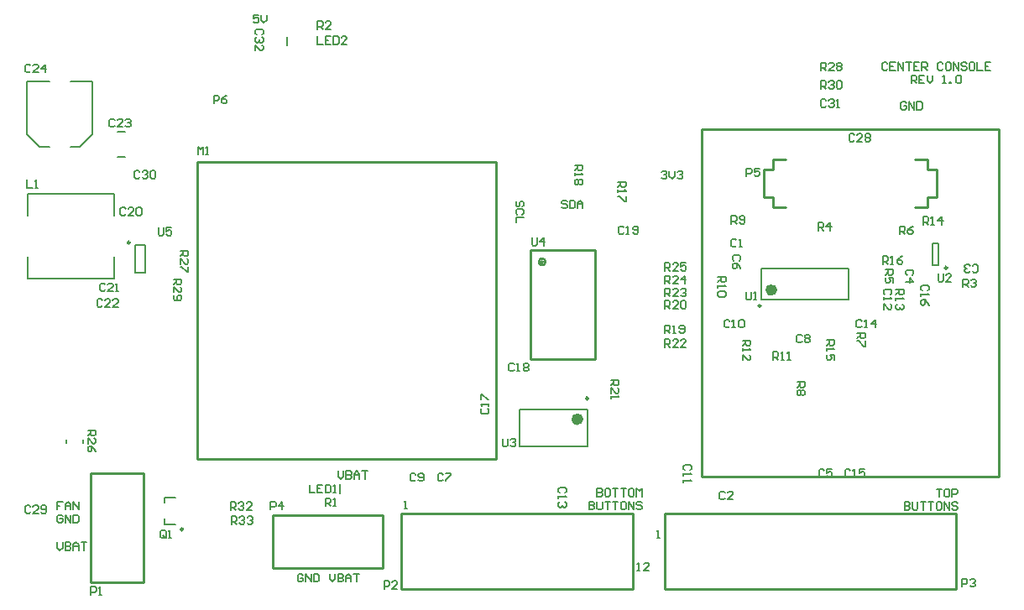
<source format=gto>
G04*
G04 #@! TF.GenerationSoftware,Altium Limited,Altium Designer,18.1.9 (240)*
G04*
G04 Layer_Color=65535*
%FSLAX25Y25*%
%MOIN*%
G70*
G01*
G75*
%ADD10C,0.01000*%
%ADD11C,0.00984*%
%ADD12C,0.02362*%
%ADD13C,0.00591*%
%ADD14C,0.00787*%
D10*
X211614Y134370D02*
G03*
X211614Y134370I-394J0D01*
G01*
X212541D02*
G03*
X212541Y134370I-1321J0D01*
G01*
X259764Y34271D02*
X375709D01*
X259764Y4350D02*
Y34271D01*
Y4350D02*
X375709D01*
Y34271D01*
X302854Y156004D02*
X307972D01*
X302854Y174902D02*
X307972D01*
X359154Y156004D02*
X364272D01*
X359154Y174902D02*
X364272D01*
X299311Y159941D02*
Y170965D01*
X302854D02*
Y174902D01*
X299311Y159941D02*
X302854D01*
Y156004D02*
Y159941D01*
X299311Y170965D02*
X302854D01*
X364272Y159941D02*
X367815D01*
X364272Y170965D02*
Y174902D01*
Y170965D02*
X367815D01*
X364272Y156004D02*
Y159941D01*
X367815D02*
Y170965D01*
X206693Y139094D02*
X231890D01*
X206693Y95591D02*
Y139094D01*
Y95591D02*
X232087D01*
Y138898D01*
X247244Y4547D02*
Y34468D01*
X155118Y4547D02*
X247244D01*
X155118D02*
Y34468D01*
X247244D01*
X104213Y12814D02*
X119291D01*
X104213D02*
Y33681D01*
X147813Y12814D02*
Y33681D01*
X104213D02*
X147813D01*
X115354Y12814D02*
X147813D01*
X32008Y6911D02*
Y39370D01*
X52874Y6911D02*
Y50511D01*
X32008Y6911D02*
X52874D01*
X32008Y50511D02*
X52874D01*
X32008Y35433D02*
Y50511D01*
X74412Y174016D02*
X192913D01*
X192913Y55905D01*
X74412D02*
X192913D01*
X74412Y174016D02*
X74412Y55905D01*
X274606Y49213D02*
Y187106D01*
Y49213D02*
X392618Y49213D01*
Y187106D01*
X274606D02*
X392618D01*
D11*
X229528Y80118D02*
G03*
X229528Y80118I-492J0D01*
G01*
X68602Y28150D02*
G03*
X68602Y28150I-492J0D01*
G01*
X372146Y131988D02*
G03*
X372146Y131988I-492J0D01*
G01*
X298051Y116929D02*
G03*
X298051Y116929I-492J0D01*
G01*
X47539Y142027D02*
G03*
X47539Y142027I-492J0D01*
G01*
D12*
X226378Y71850D02*
G03*
X226378Y71850I-1181J0D01*
G01*
X303405Y123228D02*
G03*
X303405Y123228I-1181J0D01*
G01*
D13*
X109760Y220302D02*
Y223887D01*
X130773Y42507D02*
Y46091D01*
X348358Y213134D02*
X347834Y213659D01*
X346784D01*
X346259Y213134D01*
Y211035D01*
X346784Y210511D01*
X347834D01*
X348358Y211035D01*
X351507Y213659D02*
X349408D01*
Y210511D01*
X351507D01*
X349408Y212085D02*
X350457D01*
X352556Y210511D02*
Y213659D01*
X354656Y210511D01*
Y213659D01*
X355705D02*
X357804D01*
X356755D01*
Y210511D01*
X360953Y213659D02*
X358854D01*
Y210511D01*
X360953D01*
X358854Y212085D02*
X359903D01*
X362002Y210511D02*
Y213659D01*
X363577D01*
X364101Y213134D01*
Y212085D01*
X363577Y211560D01*
X362002D01*
X363052D02*
X364101Y210511D01*
X370398Y213134D02*
X369874Y213659D01*
X368824D01*
X368299Y213134D01*
Y211035D01*
X368824Y210511D01*
X369874D01*
X370398Y211035D01*
X373022Y213659D02*
X371973D01*
X371448Y213134D01*
Y211035D01*
X371973Y210511D01*
X373022D01*
X373547Y211035D01*
Y213134D01*
X373022Y213659D01*
X374597Y210511D02*
Y213659D01*
X376696Y210511D01*
Y213659D01*
X379844Y213134D02*
X379320Y213659D01*
X378270D01*
X377745Y213134D01*
Y212610D01*
X378270Y212085D01*
X379320D01*
X379844Y211560D01*
Y211035D01*
X379320Y210511D01*
X378270D01*
X377745Y211035D01*
X382468Y213659D02*
X381418D01*
X380894Y213134D01*
Y211035D01*
X381418Y210511D01*
X382468D01*
X382993Y211035D01*
Y213134D01*
X382468Y213659D01*
X384042D02*
Y210511D01*
X386141D01*
X389290Y213659D02*
X387191D01*
Y210511D01*
X389290D01*
X387191Y212085D02*
X388241D01*
X357804Y205315D02*
Y208464D01*
X359378D01*
X359903Y207939D01*
Y206889D01*
X359378Y206364D01*
X357804D01*
X358854D02*
X359903Y205315D01*
X363052Y208464D02*
X360953D01*
Y205315D01*
X363052D01*
X360953Y206889D02*
X362002D01*
X364101Y208464D02*
Y206364D01*
X365151Y205315D01*
X366200Y206364D01*
Y208464D01*
X370398Y205315D02*
X371448D01*
X370923D01*
Y208464D01*
X370398Y207939D01*
X373022Y205315D02*
Y205840D01*
X373547D01*
Y205315D01*
X373022D01*
X375646Y207939D02*
X376171Y208464D01*
X377220D01*
X377745Y207939D01*
Y205840D01*
X377220Y205315D01*
X376171D01*
X375646Y205840D01*
Y207939D01*
X232994Y44368D02*
Y41219D01*
X234569D01*
X235093Y41744D01*
Y42269D01*
X234569Y42794D01*
X232994D01*
X234569D01*
X235093Y43318D01*
Y43843D01*
X234569Y44368D01*
X232994D01*
X237717D02*
X236668D01*
X236143Y43843D01*
Y41744D01*
X236668Y41219D01*
X237717D01*
X238242Y41744D01*
Y43843D01*
X237717Y44368D01*
X239292D02*
X241390D01*
X240341D01*
Y41219D01*
X242440Y44368D02*
X244539D01*
X243490D01*
Y41219D01*
X247163Y44368D02*
X246113D01*
X245589Y43843D01*
Y41744D01*
X246113Y41219D01*
X247163D01*
X247688Y41744D01*
Y43843D01*
X247163Y44368D01*
X248737Y41219D02*
Y44368D01*
X249787Y43318D01*
X250836Y44368D01*
Y41219D01*
X229846Y39172D02*
Y36024D01*
X231420D01*
X231945Y36548D01*
Y37073D01*
X231420Y37598D01*
X229846D01*
X231420D01*
X231945Y38123D01*
Y38647D01*
X231420Y39172D01*
X229846D01*
X232994D02*
Y36548D01*
X233519Y36024D01*
X234569D01*
X235093Y36548D01*
Y39172D01*
X236143D02*
X238242D01*
X237192D01*
Y36024D01*
X239292Y39172D02*
X241390D01*
X240341D01*
Y36024D01*
X244014Y39172D02*
X242965D01*
X242440Y38647D01*
Y36548D01*
X242965Y36024D01*
X244014D01*
X244539Y36548D01*
Y38647D01*
X244014Y39172D01*
X245589Y36024D02*
Y39172D01*
X247688Y36024D01*
Y39172D01*
X250836Y38647D02*
X250311Y39172D01*
X249262D01*
X248737Y38647D01*
Y38123D01*
X249262Y37598D01*
X250311D01*
X250836Y37073D01*
Y36548D01*
X250311Y36024D01*
X249262D01*
X248737Y36548D01*
X367755Y44171D02*
X369854D01*
X368805D01*
Y41022D01*
X372478Y44171D02*
X371428D01*
X370904Y43646D01*
Y41547D01*
X371428Y41022D01*
X372478D01*
X373003Y41547D01*
Y43646D01*
X372478Y44171D01*
X374052Y41022D02*
Y44171D01*
X375626D01*
X376151Y43646D01*
Y42597D01*
X375626Y42072D01*
X374052D01*
X355161Y38975D02*
Y35827D01*
X356735D01*
X357260Y36351D01*
Y36876D01*
X356735Y37401D01*
X355161D01*
X356735D01*
X357260Y37926D01*
Y38451D01*
X356735Y38975D01*
X355161D01*
X358309D02*
Y36351D01*
X358834Y35827D01*
X359884D01*
X360408Y36351D01*
Y38975D01*
X361458D02*
X363557D01*
X362507D01*
Y35827D01*
X364606Y38975D02*
X366705D01*
X365656D01*
Y35827D01*
X369329Y38975D02*
X368280D01*
X367755Y38451D01*
Y36351D01*
X368280Y35827D01*
X369329D01*
X369854Y36351D01*
Y38451D01*
X369329Y38975D01*
X370904Y35827D02*
Y38975D01*
X373003Y35827D01*
Y38975D01*
X376151Y38451D02*
X375626Y38975D01*
X374577D01*
X374052Y38451D01*
Y37926D01*
X374577Y37401D01*
X375626D01*
X376151Y36876D01*
Y36351D01*
X375626Y35827D01*
X374577D01*
X374052Y36351D01*
X20800Y39053D02*
X18701D01*
Y37479D01*
X19750D01*
X18701D01*
Y35904D01*
X21849D02*
Y38003D01*
X22899Y39053D01*
X23948Y38003D01*
Y35904D01*
Y37479D01*
X21849D01*
X24998Y35904D02*
Y39053D01*
X27097Y35904D01*
Y39053D01*
X20800Y33332D02*
X20275Y33857D01*
X19226D01*
X18701Y33332D01*
Y31233D01*
X19226Y30709D01*
X20275D01*
X20800Y31233D01*
Y32283D01*
X19750D01*
X21849Y30709D02*
Y33857D01*
X23948Y30709D01*
Y33857D01*
X24998D02*
Y30709D01*
X26572D01*
X27097Y31233D01*
Y33332D01*
X26572Y33857D01*
X24998D01*
X130271Y51251D02*
Y49152D01*
X131320Y48103D01*
X132370Y49152D01*
Y51251D01*
X133419D02*
Y48103D01*
X134993D01*
X135518Y48628D01*
Y49152D01*
X134993Y49677D01*
X133419D01*
X134993D01*
X135518Y50202D01*
Y50727D01*
X134993Y51251D01*
X133419D01*
X136568Y48103D02*
Y50202D01*
X137617Y51251D01*
X138667Y50202D01*
Y48103D01*
Y49677D01*
X136568D01*
X139716Y51251D02*
X141815D01*
X140766D01*
Y48103D01*
X18701Y22971D02*
Y20872D01*
X19750Y19822D01*
X20800Y20872D01*
Y22971D01*
X21849D02*
Y19822D01*
X23424D01*
X23948Y20347D01*
Y20872D01*
X23424Y21396D01*
X21849D01*
X23424D01*
X23948Y21921D01*
Y22446D01*
X23424Y22971D01*
X21849D01*
X24998Y19822D02*
Y21921D01*
X26048Y22971D01*
X27097Y21921D01*
Y19822D01*
Y21396D01*
X24998D01*
X28147Y22971D02*
X30246D01*
X29196D01*
Y19822D01*
X256890Y24625D02*
X257939D01*
X257415D01*
Y27774D01*
X256890Y27249D01*
X116272Y9880D02*
X115747Y10404D01*
X114698D01*
X114173Y9880D01*
Y7781D01*
X114698Y7256D01*
X115747D01*
X116272Y7781D01*
Y8830D01*
X115223D01*
X117322Y7256D02*
Y10404D01*
X119421Y7256D01*
Y10404D01*
X120470D02*
Y7256D01*
X122045D01*
X122570Y7781D01*
Y9880D01*
X122045Y10404D01*
X120470D01*
X126969D02*
Y8305D01*
X128018Y7256D01*
X129068Y8305D01*
Y10404D01*
X130117D02*
Y7256D01*
X131691D01*
X132216Y7781D01*
Y8305D01*
X131691Y8830D01*
X130117D01*
X131691D01*
X132216Y9355D01*
Y9880D01*
X131691Y10404D01*
X130117D01*
X133266Y7256D02*
Y9355D01*
X134315Y10404D01*
X135365Y9355D01*
Y7256D01*
Y8830D01*
X133266D01*
X136414Y10404D02*
X138513D01*
X137464D01*
Y7256D01*
X156496Y36373D02*
X157546D01*
X157021D01*
Y39522D01*
X156496Y38997D01*
X249016Y11733D02*
X250065D01*
X249540D01*
Y14882D01*
X249016Y14357D01*
X253739Y11733D02*
X251640D01*
X253739Y13832D01*
Y14357D01*
X253214Y14882D01*
X252164D01*
X251640Y14357D01*
X99944Y224676D02*
X100469Y225201D01*
Y226250D01*
X99944Y226775D01*
X97845D01*
X97320Y226250D01*
Y225201D01*
X97845Y224676D01*
X99944Y223626D02*
X100469Y223101D01*
Y222052D01*
X99944Y221527D01*
X99419D01*
X98894Y222052D01*
Y222577D01*
Y222052D01*
X98370Y221527D01*
X97845D01*
X97320Y222052D01*
Y223101D01*
X97845Y223626D01*
X97320Y218379D02*
Y220478D01*
X99419Y218379D01*
X99944D01*
X100469Y218903D01*
Y219953D01*
X99944Y220478D01*
X203411Y156366D02*
X203936Y156890D01*
Y157940D01*
X203411Y158465D01*
X202887D01*
X202362Y157940D01*
Y156890D01*
X201837Y156366D01*
X201312D01*
X200787Y156890D01*
Y157940D01*
X201312Y158465D01*
X203411Y153217D02*
X203936Y153742D01*
Y154791D01*
X203411Y155316D01*
X201312D01*
X200787Y154791D01*
Y153742D01*
X201312Y153217D01*
X203936Y152167D02*
X200787D01*
Y150068D01*
X221101Y158315D02*
X220576Y158840D01*
X219527D01*
X219002Y158315D01*
Y157790D01*
X219527Y157266D01*
X220576D01*
X221101Y156741D01*
Y156216D01*
X220576Y155691D01*
X219527D01*
X219002Y156216D01*
X222151Y158840D02*
Y155691D01*
X223725D01*
X224250Y156216D01*
Y158315D01*
X223725Y158840D01*
X222151D01*
X225299Y155691D02*
Y157790D01*
X226349Y158840D01*
X227398Y157790D01*
Y155691D01*
Y157266D01*
X225299D01*
X98612Y232479D02*
X96513D01*
Y230905D01*
X97562Y231430D01*
X98087D01*
X98612Y230905D01*
Y229855D01*
X98087Y229331D01*
X97038D01*
X96513Y229855D01*
X99661Y232479D02*
Y230380D01*
X100711Y229331D01*
X101760Y230380D01*
Y232479D01*
X258602Y169947D02*
X259127Y170471D01*
X260177D01*
X260701Y169947D01*
Y169422D01*
X260177Y168897D01*
X259652D01*
X260177D01*
X260701Y168372D01*
Y167848D01*
X260177Y167323D01*
X259127D01*
X258602Y167848D01*
X261751Y170471D02*
Y168372D01*
X262801Y167323D01*
X263850Y168372D01*
Y170471D01*
X264899Y169947D02*
X265424Y170471D01*
X266474D01*
X266999Y169947D01*
Y169422D01*
X266474Y168897D01*
X265949D01*
X266474D01*
X266999Y168372D01*
Y167848D01*
X266474Y167323D01*
X265424D01*
X264899Y167848D01*
X355812Y197506D02*
X355287Y198030D01*
X354237D01*
X353713Y197506D01*
Y195407D01*
X354237Y194882D01*
X355287D01*
X355812Y195407D01*
Y196456D01*
X354762D01*
X356861Y194882D02*
Y198030D01*
X358960Y194882D01*
Y198030D01*
X360010D02*
Y194882D01*
X361584D01*
X362109Y195407D01*
Y197506D01*
X361584Y198030D01*
X360010D01*
X323949Y198490D02*
X323425Y199015D01*
X322375D01*
X321850Y198490D01*
Y196391D01*
X322375Y195866D01*
X323425D01*
X323949Y196391D01*
X324999Y198490D02*
X325524Y199015D01*
X326573D01*
X327098Y198490D01*
Y197965D01*
X326573Y197441D01*
X326048D01*
X326573D01*
X327098Y196916D01*
Y196391D01*
X326573Y195866D01*
X325524D01*
X324999Y196391D01*
X328148Y195866D02*
X329197D01*
X328672D01*
Y199015D01*
X328148Y198490D01*
X51420Y170150D02*
X50895Y170675D01*
X49845D01*
X49320Y170150D01*
Y168051D01*
X49845Y167526D01*
X50895D01*
X51420Y168051D01*
X52469Y170150D02*
X52994Y170675D01*
X54043D01*
X54568Y170150D01*
Y169625D01*
X54043Y169101D01*
X53519D01*
X54043D01*
X54568Y168576D01*
Y168051D01*
X54043Y167526D01*
X52994D01*
X52469Y168051D01*
X55618Y170150D02*
X56142Y170675D01*
X57192D01*
X57717Y170150D01*
Y168051D01*
X57192Y167526D01*
X56142D01*
X55618Y168051D01*
Y170150D01*
X74530Y177075D02*
Y180223D01*
X75579Y179174D01*
X76629Y180223D01*
Y177075D01*
X77679D02*
X78728D01*
X78203D01*
Y180223D01*
X77679Y179699D01*
X87795Y30118D02*
Y33267D01*
X89370D01*
X89894Y32742D01*
Y31692D01*
X89370Y31168D01*
X87795D01*
X88845D02*
X89894Y30118D01*
X90944Y32742D02*
X91469Y33267D01*
X92518D01*
X93043Y32742D01*
Y32217D01*
X92518Y31692D01*
X91993D01*
X92518D01*
X93043Y31168D01*
Y30643D01*
X92518Y30118D01*
X91469D01*
X90944Y30643D01*
X94093Y32742D02*
X94617Y33267D01*
X95667D01*
X96192Y32742D01*
Y32217D01*
X95667Y31692D01*
X95142D01*
X95667D01*
X96192Y31168D01*
Y30643D01*
X95667Y30118D01*
X94617D01*
X94093Y30643D01*
X87469Y35759D02*
Y38908D01*
X89043D01*
X89568Y38383D01*
Y37334D01*
X89043Y36809D01*
X87469D01*
X88519D02*
X89568Y35759D01*
X90618Y38383D02*
X91142Y38908D01*
X92192D01*
X92717Y38383D01*
Y37858D01*
X92192Y37334D01*
X91667D01*
X92192D01*
X92717Y36809D01*
Y36284D01*
X92192Y35759D01*
X91142D01*
X90618Y36284D01*
X95865Y35759D02*
X93766D01*
X95865Y37858D01*
Y38383D01*
X95341Y38908D01*
X94291D01*
X93766Y38383D01*
X61764Y25150D02*
Y27249D01*
X61240Y27774D01*
X60190D01*
X59665Y27249D01*
Y25150D01*
X60190Y24625D01*
X61240D01*
X60715Y25675D02*
X61764Y24625D01*
X61240D02*
X61764Y25150D01*
X62814Y24625D02*
X63863D01*
X63339D01*
Y27774D01*
X62814Y27249D01*
X8005Y37078D02*
X7480Y37603D01*
X6430D01*
X5906Y37078D01*
Y34979D01*
X6430Y34454D01*
X7480D01*
X8005Y34979D01*
X11153Y34454D02*
X9054D01*
X11153Y36553D01*
Y37078D01*
X10628Y37603D01*
X9579D01*
X9054Y37078D01*
X12203Y34979D02*
X12728Y34454D01*
X13777D01*
X14302Y34979D01*
Y37078D01*
X13777Y37603D01*
X12728D01*
X12203Y37078D01*
Y36553D01*
X12728Y36029D01*
X14302D01*
X335238Y184710D02*
X334713Y185235D01*
X333663D01*
X333138Y184710D01*
Y182611D01*
X333663Y182087D01*
X334713D01*
X335238Y182611D01*
X338386Y182087D02*
X336287D01*
X338386Y184186D01*
Y184710D01*
X337861Y185235D01*
X336812D01*
X336287Y184710D01*
X339436D02*
X339960Y185235D01*
X341010D01*
X341535Y184710D01*
Y184186D01*
X341010Y183661D01*
X341535Y183136D01*
Y182611D01*
X341010Y182087D01*
X339960D01*
X339436Y182611D01*
Y183136D01*
X339960Y183661D01*
X339436Y184186D01*
Y184710D01*
X339960Y183661D02*
X341010D01*
X362598Y149124D02*
Y152272D01*
X364173D01*
X364698Y151748D01*
Y150698D01*
X364173Y150173D01*
X362598D01*
X363648D02*
X364698Y149124D01*
X365747D02*
X366796D01*
X366272D01*
Y152272D01*
X365747Y151748D01*
X369945Y149124D02*
Y152272D01*
X368371Y150698D01*
X370470D01*
X286417Y149493D02*
Y152642D01*
X287992D01*
X288516Y152117D01*
Y151067D01*
X287992Y150543D01*
X286417D01*
X287467D02*
X288516Y149493D01*
X289566Y150018D02*
X290091Y149493D01*
X291140D01*
X291665Y150018D01*
Y152117D01*
X291140Y152642D01*
X290091D01*
X289566Y152117D01*
Y151592D01*
X290091Y151067D01*
X291665D01*
X312446Y86614D02*
X315595D01*
Y85040D01*
X315070Y84515D01*
X314020D01*
X313495Y85040D01*
Y86614D01*
Y85565D02*
X312446Y84515D01*
X315070Y83466D02*
X315595Y82941D01*
Y81891D01*
X315070Y81366D01*
X314545D01*
X314020Y81891D01*
X313495Y81366D01*
X312971D01*
X312446Y81891D01*
Y82941D01*
X312971Y83466D01*
X313495D01*
X314020Y82941D01*
X314545Y83466D01*
X315070D01*
X314020Y82941D02*
Y81891D01*
X336390Y106063D02*
X339538D01*
Y104489D01*
X339014Y103964D01*
X337964D01*
X337439Y104489D01*
Y106063D01*
Y105014D02*
X336390Y103964D01*
X339538Y102914D02*
Y100815D01*
X339014D01*
X336915Y102914D01*
X336390D01*
X353248Y145380D02*
Y148529D01*
X354822D01*
X355347Y148004D01*
Y146954D01*
X354822Y146430D01*
X353248D01*
X354297D02*
X355347Y145380D01*
X358496Y148529D02*
X357446Y148004D01*
X356397Y146954D01*
Y145905D01*
X356921Y145380D01*
X357971D01*
X358496Y145905D01*
Y146430D01*
X357971Y146954D01*
X356397D01*
X347441Y131288D02*
X350589D01*
Y129713D01*
X350065Y129189D01*
X349015D01*
X348491Y129713D01*
Y131288D01*
Y130238D02*
X347441Y129189D01*
X350589Y126040D02*
Y128139D01*
X349015D01*
X349540Y127090D01*
Y126565D01*
X349015Y126040D01*
X347966D01*
X347441Y126565D01*
Y127614D01*
X347966Y128139D01*
X320866Y146881D02*
Y150030D01*
X322440D01*
X322965Y149505D01*
Y148456D01*
X322440Y147931D01*
X320866D01*
X321916D02*
X322965Y146881D01*
X325589D02*
Y150030D01*
X324015Y148456D01*
X326114D01*
X333529Y51499D02*
X333004Y52023D01*
X331955D01*
X331430Y51499D01*
Y49400D01*
X331955Y48875D01*
X333004D01*
X333529Y49400D01*
X334578Y48875D02*
X335628D01*
X335103D01*
Y52023D01*
X334578Y51499D01*
X339301Y52023D02*
X337202D01*
Y50449D01*
X338252Y50974D01*
X338777D01*
X339301Y50449D01*
Y49400D01*
X338777Y48875D01*
X337727D01*
X337202Y49400D01*
X220286Y42586D02*
X220811Y43111D01*
Y44160D01*
X220286Y44685D01*
X218187D01*
X217663Y44160D01*
Y43111D01*
X218187Y42586D01*
X217663Y41536D02*
Y40487D01*
Y41012D01*
X220811D01*
X220286Y41536D01*
Y38913D02*
X220811Y38388D01*
Y37338D01*
X220286Y36814D01*
X219762D01*
X219237Y37338D01*
Y37863D01*
Y37338D01*
X218712Y36814D01*
X218187D01*
X217663Y37338D01*
Y38388D01*
X218187Y38913D01*
X270025Y51563D02*
X270550Y52088D01*
Y53138D01*
X270025Y53662D01*
X267926D01*
X267402Y53138D01*
Y52088D01*
X267926Y51563D01*
X267402Y50514D02*
Y49464D01*
Y49989D01*
X270550D01*
X270025Y50514D01*
X267402Y47890D02*
Y46840D01*
Y47365D01*
X270550D01*
X270025Y47890D01*
X160948Y49868D02*
X160423Y50393D01*
X159374D01*
X158849Y49868D01*
Y47769D01*
X159374Y47244D01*
X160423D01*
X160948Y47769D01*
X161997D02*
X162522Y47244D01*
X163572D01*
X164096Y47769D01*
Y49868D01*
X163572Y50393D01*
X162522D01*
X161997Y49868D01*
Y49343D01*
X162522Y48818D01*
X164096D01*
X171863Y49868D02*
X171338Y50393D01*
X170289D01*
X169764Y49868D01*
Y47769D01*
X170289Y47244D01*
X171338D01*
X171863Y47769D01*
X172912Y50393D02*
X175011D01*
Y49868D01*
X172912Y47769D01*
Y47244D01*
X323229Y51499D02*
X322704Y52023D01*
X321655D01*
X321130Y51499D01*
Y49400D01*
X321655Y48875D01*
X322704D01*
X323229Y49400D01*
X326378Y52023D02*
X324278D01*
Y50449D01*
X325328Y50974D01*
X325853D01*
X326378Y50449D01*
Y49400D01*
X325853Y48875D01*
X324803D01*
X324278Y49400D01*
X283807Y42653D02*
X283282Y43178D01*
X282232D01*
X281708Y42653D01*
Y40554D01*
X282232Y40029D01*
X283282D01*
X283807Y40554D01*
X286955Y40029D02*
X284856D01*
X286955Y42129D01*
Y42653D01*
X286431Y43178D01*
X285381D01*
X284856Y42653D01*
X122047Y223995D02*
Y220847D01*
X124146D01*
X127295Y223995D02*
X125196D01*
Y220847D01*
X127295D01*
X125196Y222421D02*
X126245D01*
X128344Y223995D02*
Y220847D01*
X129919D01*
X130444Y221372D01*
Y223471D01*
X129919Y223995D01*
X128344D01*
X133592Y220847D02*
X131493D01*
X133592Y222946D01*
Y223471D01*
X133067Y223995D01*
X132018D01*
X131493Y223471D01*
X30785Y67416D02*
X33933D01*
Y65842D01*
X33408Y65317D01*
X32359D01*
X31834Y65842D01*
Y67416D01*
Y66367D02*
X30785Y65317D01*
Y62169D02*
Y64268D01*
X32884Y62169D01*
X33408D01*
X33933Y62694D01*
Y63743D01*
X33408Y64268D01*
X33933Y59020D02*
X33408Y60070D01*
X32359Y61119D01*
X31309D01*
X30785Y60594D01*
Y59545D01*
X31309Y59020D01*
X31834D01*
X32359Y59545D01*
Y61119D01*
X259939Y130874D02*
Y134022D01*
X261513D01*
X262038Y133498D01*
Y132448D01*
X261513Y131923D01*
X259939D01*
X260988D02*
X262038Y130874D01*
X265186D02*
X263087D01*
X265186Y132973D01*
Y133498D01*
X264662Y134022D01*
X263612D01*
X263087Y133498D01*
X268335Y134022D02*
X266236D01*
Y132448D01*
X267285Y132973D01*
X267810D01*
X268335Y132448D01*
Y131399D01*
X267810Y130874D01*
X266761D01*
X266236Y131399D01*
X259939Y125680D02*
Y128828D01*
X261513D01*
X262038Y128303D01*
Y127254D01*
X261513Y126729D01*
X259939D01*
X260988D02*
X262038Y125680D01*
X265186D02*
X263087D01*
X265186Y127779D01*
Y128303D01*
X264662Y128828D01*
X263612D01*
X263087Y128303D01*
X267810Y125680D02*
Y128828D01*
X266236Y127254D01*
X268335D01*
X259939Y120611D02*
Y123759D01*
X261513D01*
X262038Y123235D01*
Y122185D01*
X261513Y121660D01*
X259939D01*
X260988D02*
X262038Y120611D01*
X265186D02*
X263087D01*
X265186Y122710D01*
Y123235D01*
X264662Y123759D01*
X263612D01*
X263087Y123235D01*
X266236D02*
X266761Y123759D01*
X267810D01*
X268335Y123235D01*
Y122710D01*
X267810Y122185D01*
X267285D01*
X267810D01*
X268335Y121660D01*
Y121136D01*
X267810Y120611D01*
X266761D01*
X266236Y121136D01*
X259939Y100546D02*
Y103695D01*
X261513D01*
X262038Y103170D01*
Y102120D01*
X261513Y101596D01*
X259939D01*
X260988D02*
X262038Y100546D01*
X265186D02*
X263087D01*
X265186Y102645D01*
Y103170D01*
X264662Y103695D01*
X263612D01*
X263087Y103170D01*
X268335Y100546D02*
X266236D01*
X268335Y102645D01*
Y103170D01*
X267810Y103695D01*
X266761D01*
X266236Y103170D01*
X238483Y87401D02*
X241632D01*
Y85827D01*
X241107Y85303D01*
X240057D01*
X239533Y85827D01*
Y87401D01*
Y86352D02*
X238483Y85303D01*
Y82154D02*
Y84253D01*
X240582Y82154D01*
X241107D01*
X241632Y82679D01*
Y83728D01*
X241107Y84253D01*
X238483Y81104D02*
Y80055D01*
Y80580D01*
X241632D01*
X241107Y81104D01*
X259939Y115748D02*
Y118897D01*
X261513D01*
X262038Y118372D01*
Y117322D01*
X261513Y116798D01*
X259939D01*
X260988D02*
X262038Y115748D01*
X265186D02*
X263087D01*
X265186Y117847D01*
Y118372D01*
X264662Y118897D01*
X263612D01*
X263087Y118372D01*
X266236D02*
X266761Y118897D01*
X267810D01*
X268335Y118372D01*
Y116273D01*
X267810Y115748D01*
X266761D01*
X266236Y116273D01*
Y118372D01*
X259939Y106063D02*
Y109212D01*
X261513D01*
X262038Y108687D01*
Y107637D01*
X261513Y107113D01*
X259939D01*
X260988D02*
X262038Y106063D01*
X263087D02*
X264137D01*
X263612D01*
Y109212D01*
X263087Y108687D01*
X265711Y106588D02*
X266236Y106063D01*
X267285D01*
X267810Y106588D01*
Y108687D01*
X267285Y109212D01*
X266236D01*
X265711Y108687D01*
Y108162D01*
X266236Y107637D01*
X267810D01*
X122047Y226775D02*
Y229923D01*
X123621D01*
X124146Y229399D01*
Y228349D01*
X123621Y227824D01*
X122047D01*
X123097D02*
X124146Y226775D01*
X127295D02*
X125196D01*
X127295Y228874D01*
Y229399D01*
X126770Y229923D01*
X125721D01*
X125196Y229399D01*
X125135Y37382D02*
Y40530D01*
X126710D01*
X127234Y40006D01*
Y38956D01*
X126710Y38431D01*
X125135D01*
X126185D02*
X127234Y37382D01*
X128284D02*
X129333D01*
X128809D01*
Y40530D01*
X128284Y40006D01*
X118791Y45825D02*
Y42677D01*
X120890D01*
X124039Y45825D02*
X121940D01*
Y42677D01*
X124039D01*
X121940Y44251D02*
X122989D01*
X125089Y45825D02*
Y42677D01*
X126663D01*
X127188Y43202D01*
Y45301D01*
X126663Y45825D01*
X125089D01*
X128237Y42677D02*
X129287D01*
X128762D01*
Y45825D01*
X128237Y45301D01*
X58789Y148021D02*
Y145397D01*
X59313Y144872D01*
X60363D01*
X60888Y145397D01*
Y148021D01*
X64036D02*
X61937D01*
Y146447D01*
X62987Y146971D01*
X63511D01*
X64036Y146447D01*
Y145397D01*
X63511Y144872D01*
X62462D01*
X61937Y145397D01*
X207168Y143897D02*
Y141273D01*
X207693Y140748D01*
X208742D01*
X209267Y141273D01*
Y143897D01*
X211891Y140748D02*
Y143897D01*
X210316Y142322D01*
X212415D01*
X195457Y64172D02*
Y61548D01*
X195981Y61024D01*
X197031D01*
X197555Y61548D01*
Y64172D01*
X198605Y63648D02*
X199130Y64172D01*
X200179D01*
X200704Y63648D01*
Y63123D01*
X200179Y62598D01*
X199655D01*
X200179D01*
X200704Y62073D01*
Y61548D01*
X200179Y61024D01*
X199130D01*
X198605Y61548D01*
X368504Y129625D02*
Y127001D01*
X369029Y126476D01*
X370078D01*
X370603Y127001D01*
Y129625D01*
X373752Y126476D02*
X371653D01*
X373752Y128575D01*
Y129100D01*
X373227Y129625D01*
X372177D01*
X371653Y129100D01*
X292189Y122440D02*
Y119816D01*
X292713Y119291D01*
X293763D01*
X294288Y119816D01*
Y122440D01*
X295337Y119291D02*
X296387D01*
X295862D01*
Y122440D01*
X295337Y121915D01*
X321850Y203154D02*
Y206303D01*
X323425D01*
X323949Y205778D01*
Y204729D01*
X323425Y204204D01*
X321850D01*
X322900D02*
X323949Y203154D01*
X324999Y205778D02*
X325524Y206303D01*
X326573D01*
X327098Y205778D01*
Y205254D01*
X326573Y204729D01*
X326048D01*
X326573D01*
X327098Y204204D01*
Y203679D01*
X326573Y203154D01*
X325524D01*
X324999Y203679D01*
X328148Y205778D02*
X328672Y206303D01*
X329722D01*
X330247Y205778D01*
Y203679D01*
X329722Y203154D01*
X328672D01*
X328148Y203679D01*
Y205778D01*
X64833Y127509D02*
X67981D01*
Y125935D01*
X67457Y125410D01*
X66407D01*
X65882Y125935D01*
Y127509D01*
Y126460D02*
X64833Y125410D01*
Y122261D02*
Y124360D01*
X66932Y122261D01*
X67457D01*
X67981Y122786D01*
Y123836D01*
X67457Y124360D01*
X65358Y121212D02*
X64833Y120687D01*
Y119638D01*
X65358Y119113D01*
X67457D01*
X67981Y119638D01*
Y120687D01*
X67457Y121212D01*
X66932D01*
X66407Y120687D01*
Y119113D01*
X321850Y210394D02*
Y213542D01*
X323425D01*
X323949Y213018D01*
Y211968D01*
X323425Y211443D01*
X321850D01*
X322900D02*
X323949Y210394D01*
X327098D02*
X324999D01*
X327098Y212493D01*
Y213018D01*
X326573Y213542D01*
X325524D01*
X324999Y213018D01*
X328148D02*
X328672Y213542D01*
X329722D01*
X330247Y213018D01*
Y212493D01*
X329722Y211968D01*
X330247Y211443D01*
Y210918D01*
X329722Y210394D01*
X328672D01*
X328148Y210918D01*
Y211443D01*
X328672Y211968D01*
X328148Y212493D01*
Y213018D01*
X328672Y211968D02*
X329722D01*
X67547Y138779D02*
X70696D01*
Y137205D01*
X70171Y136680D01*
X69122D01*
X68597Y137205D01*
Y138779D01*
Y137730D02*
X67547Y136680D01*
Y133532D02*
Y135631D01*
X69647Y133532D01*
X70171D01*
X70696Y134057D01*
Y135106D01*
X70171Y135631D01*
X70696Y132482D02*
Y130383D01*
X70171D01*
X68072Y132482D01*
X67547D01*
X224169Y172882D02*
X227317D01*
Y171308D01*
X226793Y170783D01*
X225743D01*
X225218Y171308D01*
Y172882D01*
Y171833D02*
X224169Y170783D01*
Y169734D02*
Y168684D01*
Y169209D01*
X227317D01*
X226793Y169734D01*
Y167110D02*
X227317Y166585D01*
Y165536D01*
X226793Y165011D01*
X226268D01*
X225743Y165536D01*
X225218Y165011D01*
X224694D01*
X224169Y165536D01*
Y166585D01*
X224694Y167110D01*
X225218D01*
X225743Y166585D01*
X226268Y167110D01*
X226793D01*
X225743Y166585D02*
Y165536D01*
X241329Y166142D02*
X244478D01*
Y164567D01*
X243953Y164043D01*
X242903D01*
X242379Y164567D01*
Y166142D01*
Y165092D02*
X241329Y164043D01*
Y162993D02*
Y161944D01*
Y162468D01*
X244478D01*
X243953Y162993D01*
X244478Y160369D02*
Y158270D01*
X243953D01*
X241854Y160369D01*
X241329D01*
X346484Y133465D02*
Y136613D01*
X348058D01*
X348583Y136088D01*
Y135039D01*
X348058Y134514D01*
X346484D01*
X347534D02*
X348583Y133465D01*
X349633D02*
X350682D01*
X350157D01*
Y136613D01*
X349633Y136088D01*
X354356Y136613D02*
X353306Y136088D01*
X352257Y135039D01*
Y133989D01*
X352781Y133465D01*
X353831D01*
X354356Y133989D01*
Y134514D01*
X353831Y135039D01*
X352257D01*
X324094Y103248D02*
X327243D01*
Y101674D01*
X326718Y101149D01*
X325668D01*
X325144Y101674D01*
Y103248D01*
Y102199D02*
X324094Y101149D01*
Y100100D02*
Y99050D01*
Y99575D01*
X327243D01*
X326718Y100100D01*
X327243Y95377D02*
Y97476D01*
X325668D01*
X326193Y96426D01*
Y95901D01*
X325668Y95377D01*
X324619D01*
X324094Y95901D01*
Y96951D01*
X324619Y97476D01*
X351731Y123327D02*
X354880D01*
Y121753D01*
X354355Y121228D01*
X353305D01*
X352781Y121753D01*
Y123327D01*
Y122277D02*
X351731Y121228D01*
Y120178D02*
Y119129D01*
Y119653D01*
X354880D01*
X354355Y120178D01*
Y117554D02*
X354880Y117030D01*
Y115980D01*
X354355Y115455D01*
X353830D01*
X353305Y115980D01*
Y116505D01*
Y115980D01*
X352781Y115455D01*
X352256D01*
X351731Y115980D01*
Y117030D01*
X352256Y117554D01*
X290849Y103150D02*
X293998D01*
Y101575D01*
X293473Y101050D01*
X292424D01*
X291899Y101575D01*
Y103150D01*
Y102100D02*
X290849Y101050D01*
Y100001D02*
Y98952D01*
Y99476D01*
X293998D01*
X293473Y100001D01*
X290849Y95278D02*
Y97377D01*
X292948Y95278D01*
X293473D01*
X293998Y95803D01*
Y96852D01*
X293473Y97377D01*
X302953Y95472D02*
Y98621D01*
X304527D01*
X305052Y98096D01*
Y97047D01*
X304527Y96522D01*
X302953D01*
X304002D02*
X305052Y95472D01*
X306101D02*
X307151D01*
X306626D01*
Y98621D01*
X306101Y98096D01*
X308725Y95472D02*
X309775D01*
X309250D01*
Y98621D01*
X308725Y98096D01*
X281048Y128347D02*
X284197D01*
Y126772D01*
X283672Y126247D01*
X282623D01*
X282098Y126772D01*
Y128347D01*
Y127297D02*
X281048Y126247D01*
Y125198D02*
Y124148D01*
Y124673D01*
X284197D01*
X283672Y125198D01*
Y122574D02*
X284197Y122049D01*
Y121000D01*
X283672Y120475D01*
X281573D01*
X281048Y121000D01*
Y122049D01*
X281573Y122574D01*
X283672D01*
X378346Y124409D02*
Y127558D01*
X379921D01*
X380446Y127033D01*
Y125984D01*
X379921Y125459D01*
X378346D01*
X379396D02*
X380446Y124409D01*
X381495Y127033D02*
X382020Y127558D01*
X383069D01*
X383594Y127033D01*
Y126508D01*
X383069Y125984D01*
X382545D01*
X383069D01*
X383594Y125459D01*
Y124934D01*
X383069Y124409D01*
X382020D01*
X381495Y124934D01*
X80826Y197333D02*
Y200482D01*
X82401D01*
X82925Y199957D01*
Y198907D01*
X82401Y198383D01*
X80826D01*
X86074Y200482D02*
X85024Y199957D01*
X83975Y198907D01*
Y197858D01*
X84500Y197333D01*
X85549D01*
X86074Y197858D01*
Y198383D01*
X85549Y198907D01*
X83975D01*
X103347Y35964D02*
Y39113D01*
X104921D01*
X105446Y38588D01*
Y37538D01*
X104921Y37014D01*
X103347D01*
X108069Y35964D02*
Y39113D01*
X106495Y37538D01*
X108594D01*
X377953Y5298D02*
Y8446D01*
X379527D01*
X380052Y7921D01*
Y6872D01*
X379527Y6347D01*
X377953D01*
X381101Y7921D02*
X381626Y8446D01*
X382676D01*
X383200Y7921D01*
Y7397D01*
X382676Y6872D01*
X382151D01*
X382676D01*
X383200Y6347D01*
Y5822D01*
X382676Y5298D01*
X381626D01*
X381101Y5822D01*
X148464Y4434D02*
Y7582D01*
X150038D01*
X150563Y7057D01*
Y6008D01*
X150038Y5483D01*
X148464D01*
X153712Y4434D02*
X151613D01*
X153712Y6533D01*
Y7057D01*
X153187Y7582D01*
X152137D01*
X151613Y7057D01*
X32008Y2131D02*
Y5280D01*
X33582D01*
X34107Y4755D01*
Y3706D01*
X33582Y3181D01*
X32008D01*
X35157Y2131D02*
X36206D01*
X35681D01*
Y5280D01*
X35157Y4755D01*
X6693Y166928D02*
Y163779D01*
X8792D01*
X9842D02*
X10891D01*
X10366D01*
Y166928D01*
X9842Y166403D01*
X8005Y212269D02*
X7480Y212794D01*
X6430D01*
X5906Y212269D01*
Y210170D01*
X6430Y209646D01*
X7480D01*
X8005Y210170D01*
X11153Y209646D02*
X9054D01*
X11153Y211745D01*
Y212269D01*
X10628Y212794D01*
X9579D01*
X9054Y212269D01*
X13777Y209646D02*
Y212794D01*
X12203Y211220D01*
X14302D01*
X41469Y190616D02*
X40944Y191141D01*
X39895D01*
X39370Y190616D01*
Y188517D01*
X39895Y187992D01*
X40944D01*
X41469Y188517D01*
X44618Y187992D02*
X42519D01*
X44618Y190091D01*
Y190616D01*
X44093Y191141D01*
X43043D01*
X42519Y190616D01*
X45667D02*
X46192Y191141D01*
X47242D01*
X47766Y190616D01*
Y190091D01*
X47242Y189566D01*
X46717D01*
X47242D01*
X47766Y189042D01*
Y188517D01*
X47242Y187992D01*
X46192D01*
X45667Y188517D01*
X36548Y119061D02*
X36023Y119586D01*
X34974D01*
X34449Y119061D01*
Y116962D01*
X34974Y116437D01*
X36023D01*
X36548Y116962D01*
X39696Y116437D02*
X37597D01*
X39696Y118536D01*
Y119061D01*
X39172Y119586D01*
X38122D01*
X37597Y119061D01*
X42845Y116437D02*
X40746D01*
X42845Y118536D01*
Y119061D01*
X42320Y119586D01*
X41271D01*
X40746Y119061D01*
X37670Y125360D02*
X37146Y125885D01*
X36096D01*
X35571Y125360D01*
Y123261D01*
X36096Y122736D01*
X37146D01*
X37670Y123261D01*
X40819Y122736D02*
X38720D01*
X40819Y124835D01*
Y125360D01*
X40294Y125885D01*
X39245D01*
X38720Y125360D01*
X41868Y122736D02*
X42918D01*
X42393D01*
Y125885D01*
X41868Y125360D01*
X45798Y155380D02*
X45274Y155904D01*
X44224D01*
X43699Y155380D01*
Y153281D01*
X44224Y152756D01*
X45274D01*
X45798Y153281D01*
X48947Y152756D02*
X46848D01*
X48947Y154855D01*
Y155380D01*
X48422Y155904D01*
X47373D01*
X46848Y155380D01*
X49997D02*
X50521Y155904D01*
X51571D01*
X52096Y155380D01*
Y153281D01*
X51571Y152756D01*
X50521D01*
X49997Y153281D01*
Y155380D01*
X243635Y148004D02*
X243110Y148529D01*
X242060D01*
X241535Y148004D01*
Y145905D01*
X242060Y145380D01*
X243110D01*
X243635Y145905D01*
X244684Y145380D02*
X245734D01*
X245209D01*
Y148529D01*
X244684Y148004D01*
X247308Y145905D02*
X247833Y145380D01*
X248882D01*
X249407Y145905D01*
Y148004D01*
X248882Y148529D01*
X247833D01*
X247308Y148004D01*
Y147479D01*
X247833Y146954D01*
X249407D01*
X200131Y93569D02*
X199606Y94094D01*
X198556D01*
X198031Y93569D01*
Y91470D01*
X198556Y90945D01*
X199606D01*
X200131Y91470D01*
X201180Y90945D02*
X202230D01*
X201705D01*
Y94094D01*
X201180Y93569D01*
X203804D02*
X204329Y94094D01*
X205378D01*
X205903Y93569D01*
Y93044D01*
X205378Y92519D01*
X205903Y91994D01*
Y91470D01*
X205378Y90945D01*
X204329D01*
X203804Y91470D01*
Y91994D01*
X204329Y92519D01*
X203804Y93044D01*
Y93569D01*
X204329Y92519D02*
X205378D01*
X187337Y76115D02*
X186812Y75590D01*
Y74541D01*
X187337Y74016D01*
X189436D01*
X189961Y74541D01*
Y75590D01*
X189436Y76115D01*
X189961Y77164D02*
Y78214D01*
Y77689D01*
X186812D01*
X187337Y77164D01*
X186812Y79788D02*
Y81887D01*
X187337D01*
X189436Y79788D01*
X189961D01*
X364266Y122901D02*
X364790Y123426D01*
Y124475D01*
X364266Y125000D01*
X362167D01*
X361642Y124475D01*
Y123426D01*
X362167Y122901D01*
X361642Y121851D02*
Y120802D01*
Y121327D01*
X364790D01*
X364266Y121851D01*
X364790Y117129D02*
X364266Y118178D01*
X363216Y119228D01*
X362167D01*
X361642Y118703D01*
Y117653D01*
X362167Y117129D01*
X362691D01*
X363216Y117653D01*
Y119228D01*
X338182Y110892D02*
X337657Y111416D01*
X336608D01*
X336083Y110892D01*
Y108792D01*
X336608Y108268D01*
X337657D01*
X338182Y108792D01*
X339231Y108268D02*
X340281D01*
X339756D01*
Y111416D01*
X339231Y110892D01*
X343429Y108268D02*
Y111416D01*
X341855Y109842D01*
X343954D01*
X349502Y121326D02*
X350026Y121851D01*
Y122900D01*
X349502Y123425D01*
X347403D01*
X346878Y122900D01*
Y121851D01*
X347403Y121326D01*
X346878Y120277D02*
Y119227D01*
Y119752D01*
X350026D01*
X349502Y120277D01*
X346878Y115554D02*
Y117653D01*
X348977Y115554D01*
X349502D01*
X350026Y116078D01*
Y117128D01*
X349502Y117653D01*
X285693Y110892D02*
X285168Y111416D01*
X284118D01*
X283594Y110892D01*
Y108792D01*
X284118Y108268D01*
X285168D01*
X285693Y108792D01*
X286742Y108268D02*
X287792D01*
X287267D01*
Y111416D01*
X286742Y110892D01*
X289366D02*
X289891Y111416D01*
X290940D01*
X291465Y110892D01*
Y108792D01*
X290940Y108268D01*
X289891D01*
X289366Y108792D01*
Y110892D01*
X314456Y104966D02*
X313931Y105491D01*
X312882D01*
X312357Y104966D01*
Y102867D01*
X312882Y102342D01*
X313931D01*
X314456Y102867D01*
X315506Y104966D02*
X316030Y105491D01*
X317080D01*
X317605Y104966D01*
Y104442D01*
X317080Y103917D01*
X317605Y103392D01*
Y102867D01*
X317080Y102342D01*
X316030D01*
X315506Y102867D01*
Y103392D01*
X316030Y103917D01*
X315506Y104442D01*
Y104966D01*
X316030Y103917D02*
X317080D01*
X289486Y134810D02*
X290011Y135335D01*
Y136385D01*
X289486Y136909D01*
X287387D01*
X286862Y136385D01*
Y135335D01*
X287387Y134810D01*
X290011Y131662D02*
X289486Y132711D01*
X288437Y133761D01*
X287387D01*
X286862Y133236D01*
Y132187D01*
X287387Y131662D01*
X287912D01*
X288437Y132187D01*
Y133761D01*
X358218Y129046D02*
X358743Y129571D01*
Y130621D01*
X358218Y131145D01*
X356119D01*
X355594Y130621D01*
Y129571D01*
X356119Y129046D01*
X355594Y126422D02*
X358743D01*
X357169Y127997D01*
Y125898D01*
X382153Y130679D02*
X382678Y130155D01*
X383727D01*
X384252Y130679D01*
Y132778D01*
X383727Y133303D01*
X382678D01*
X382153Y132778D01*
X381103Y130679D02*
X380579Y130155D01*
X379529D01*
X379004Y130679D01*
Y131204D01*
X379529Y131729D01*
X380054D01*
X379529D01*
X379004Y132254D01*
Y132778D01*
X379529Y133303D01*
X380579D01*
X381103Y132778D01*
X288412Y142978D02*
X287887Y143503D01*
X286838D01*
X286313Y142978D01*
Y140879D01*
X286838Y140354D01*
X287887D01*
X288412Y140879D01*
X289461Y140354D02*
X290511D01*
X289986D01*
Y143503D01*
X289461Y142978D01*
X292323Y168400D02*
Y171548D01*
X293897D01*
X294422Y171023D01*
Y169974D01*
X293897Y169449D01*
X292323D01*
X297570Y171548D02*
X295471D01*
Y169974D01*
X296521Y170499D01*
X297046D01*
X297570Y169974D01*
Y168924D01*
X297046Y168400D01*
X295996D01*
X295471Y168924D01*
D14*
X202362Y75787D02*
X229134D01*
X202362Y61221D02*
X229134D01*
Y75787D01*
X202362Y61221D02*
Y75787D01*
X6988Y161516D02*
X41240D01*
X6988Y127658D02*
X41240D01*
X6988Y152658D02*
Y161516D01*
X41240Y152658D02*
Y161516D01*
X6988Y127658D02*
Y136516D01*
X41240Y127658D02*
Y136516D01*
X61417Y30118D02*
X65748D01*
X61417D02*
Y32283D01*
Y40748D02*
X65748D01*
X61417Y38583D02*
Y40748D01*
X22343Y62303D02*
Y63878D01*
X28839Y62303D02*
Y63878D01*
X366142Y133071D02*
Y141732D01*
X368504Y133071D02*
Y141732D01*
X366142D02*
X368504D01*
X366142Y133071D02*
X368504D01*
X298287Y119291D02*
X332933D01*
X298287Y131890D02*
X332933D01*
X298287Y119291D02*
Y131890D01*
X332933Y119291D02*
Y131890D01*
X42555Y176142D02*
X45705D01*
X42555Y185984D02*
X45705D01*
X32677Y185089D02*
Y206102D01*
X23917D02*
X32677D01*
X6693D02*
X15453D01*
X6693Y185089D02*
Y206102D01*
X23917Y180118D02*
X27707D01*
X32677Y185089D01*
X6693D02*
X11663Y180118D01*
X15453D01*
X53445Y129921D02*
Y140945D01*
X49508Y129921D02*
Y140945D01*
Y129921D02*
X53445D01*
X49508Y140945D02*
X53445D01*
M02*

</source>
